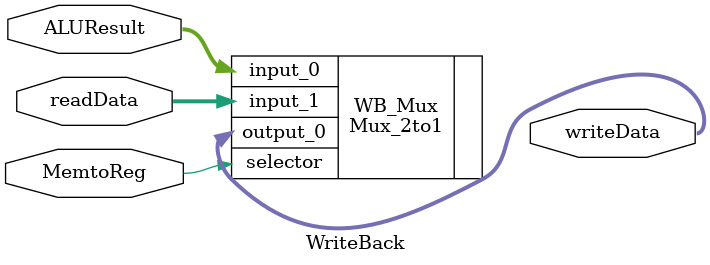
<source format=v>
`timescale 1ns / 1ps
module WriteBack(
	input MemtoReg,
	input [31:0] readData,
	input [31:0] ALUResult,
	
	output [31:0] writeData
    );

	// assign writeData = MemtoReg ? readData : ALUResult;
	
	Mux_2to1 WB_Mux (
    .input_0(ALUResult), 
    .input_1(readData), 
    .selector(MemtoReg), 
    .output_0(writeData)
    );
	
endmodule

</source>
